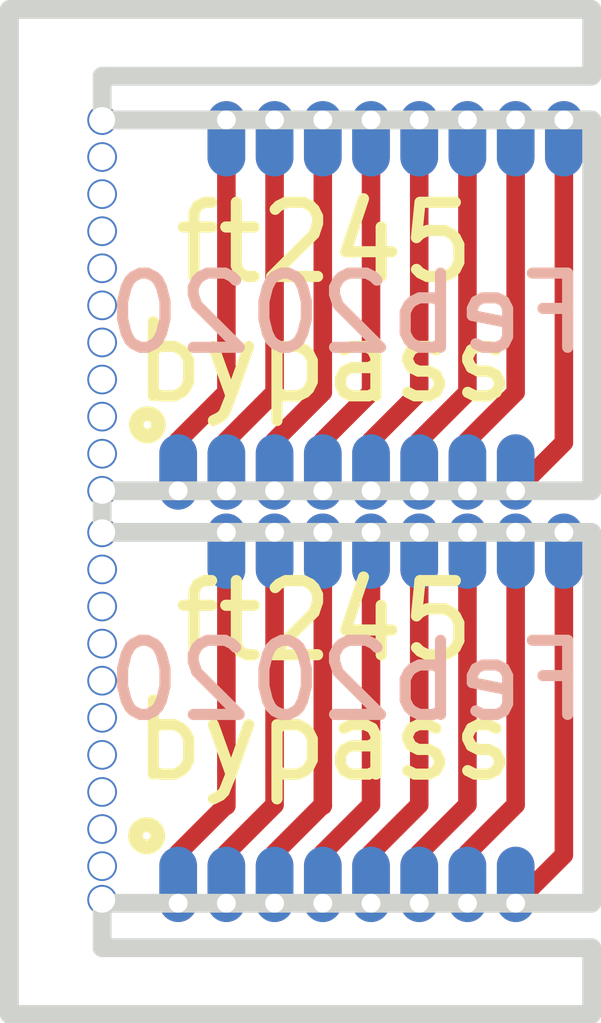
<source format=kicad_pcb>
(kicad_pcb (version 20171130) (host pcbnew 5.1.4+dfsg1-1)

  (general
    (thickness 1.6)
    (drawings 25)
    (tracks 70)
    (zones 0)
    (modules 32)
    (nets 17)
  )

  (page A4)
  (layers
    (0 F.Cu signal)
    (31 B.Cu signal)
    (32 B.Adhes user hide)
    (33 F.Adhes user hide)
    (34 B.Paste user hide)
    (35 F.Paste user hide)
    (36 B.SilkS user)
    (37 F.SilkS user)
    (38 B.Mask user hide)
    (39 F.Mask user hide)
    (40 Dwgs.User user hide)
    (41 Cmts.User user hide)
    (42 Eco1.User user hide)
    (43 Eco2.User user hide)
    (44 Edge.Cuts user)
    (45 Margin user hide)
    (46 B.CrtYd user hide)
    (47 F.CrtYd user hide)
    (48 B.Fab user hide)
    (49 F.Fab user hide)
  )

  (setup
    (last_trace_width 0.254)
    (user_trace_width 0.254)
    (trace_clearance 0.2)
    (zone_clearance 0.508)
    (zone_45_only no)
    (trace_min 0.2)
    (via_size 0.8)
    (via_drill 0.4)
    (via_min_size 0.4)
    (via_min_drill 0.254)
    (user_via 0.4 0.35)
    (uvia_size 0.3)
    (uvia_drill 0.1)
    (uvias_allowed no)
    (uvia_min_size 0.2)
    (uvia_min_drill 0.1)
    (edge_width 0.05)
    (segment_width 0.2)
    (pcb_text_width 0.3)
    (pcb_text_size 1.5 1.5)
    (mod_edge_width 0.12)
    (mod_text_size 1 1)
    (mod_text_width 0.15)
    (pad_size 0.508 0.508)
    (pad_drill 0.254)
    (pad_to_mask_clearance 0.051)
    (solder_mask_min_width 0.25)
    (aux_axis_origin 93.3 105)
    (grid_origin -3.3 -2.25)
    (visible_elements FFFFFF7F)
    (pcbplotparams
      (layerselection 0x010fc_ffffffff)
      (usegerberextensions false)
      (usegerberattributes false)
      (usegerberadvancedattributes false)
      (creategerberjobfile false)
      (excludeedgelayer true)
      (linewidth 0.100000)
      (plotframeref false)
      (viasonmask false)
      (mode 1)
      (useauxorigin false)
      (hpglpennumber 1)
      (hpglpenspeed 20)
      (hpglpendiameter 15.000000)
      (psnegative false)
      (psa4output false)
      (plotreference true)
      (plotvalue true)
      (plotinvisibletext false)
      (padsonsilk false)
      (subtractmaskfromsilk false)
      (outputformat 1)
      (mirror false)
      (drillshape 0)
      (scaleselection 1)
      (outputdirectory "gerber/"))
  )

  (net 0 "")
  (net 1 /A0B0)
  (net 2 /A1B1)
  (net 3 /A2B2)
  (net 4 /A3B3)
  (net 5 /A4B4)
  (net 6 /A5B5)
  (net 7 /A6B6)
  (net 8 /A7B7)
  (net 9 /a0b0)
  (net 10 /a1b1)
  (net 11 /a2b2)
  (net 12 /a3b3)
  (net 13 /a4b4)
  (net 14 /a5b5)
  (net 15 /a6b6)
  (net 16 /a7b7)

  (net_class Default "This is the default net class."
    (clearance 0.2)
    (trace_width 0.25)
    (via_dia 0.8)
    (via_drill 0.4)
    (uvia_dia 0.3)
    (uvia_drill 0.1)
    (add_net /A0B0)
    (add_net /A1B1)
    (add_net /A2B2)
    (add_net /A3B3)
    (add_net /A4B4)
    (add_net /A5B5)
    (add_net /A6B6)
    (add_net /A7B7)
    (add_net /a0b0)
    (add_net /a1b1)
    (add_net /a2b2)
    (add_net /a3b3)
    (add_net /a4b4)
    (add_net /a5b5)
    (add_net /a6b6)
    (add_net /a7b7)
  )

  (module tom-mechanical:Castellation_5.08_2.54 (layer F.Cu) (tedit 5E310190) (tstamp 5E30CFEF)
    (at 0.325 -7.81)
    (path /5E30EAC5)
    (fp_text reference TP24 (at 0 0.5) (layer F.SilkS) hide
      (effects (font (size 1 1) (thickness 0.15)))
    )
    (fp_text value TestPoint (at 0 -0.5) (layer F.Fab) hide
      (effects (font (size 1 1) (thickness 0.15)))
    )
    (pad 1 thru_hole oval (at 0 0) (size 0.508 1.016) (drill 0.254 (offset 0 0.254)) (layers *.Cu *.Mask)
      (net 12 /a3b3))
  )

  (module tom-mechanical:Castellation_5.08_2.54 (layer F.Cu) (tedit 5E310190) (tstamp 5E30CC6F)
    (at 2.275 -2.81 180)
    (path /5E30C633)
    (fp_text reference TP9 (at 0 0.5) (layer F.SilkS) hide
      (effects (font (size 1 1) (thickness 0.15)))
    )
    (fp_text value TestPoint (at 0 -0.5) (layer F.Fab) hide
      (effects (font (size 1 1) (thickness 0.15)))
    )
    (pad 1 thru_hole oval (at 0 0 180) (size 0.508 1.016) (drill 0.254 (offset 0 0.254)) (layers *.Cu *.Mask)
      (net 16 /a7b7))
  )

  (module tom-mechanical:Castellation_5.08_2.54 (layer F.Cu) (tedit 5E310190) (tstamp 5E30D02B)
    (at 2.925 -7.81)
    (path /5E30EB27)
    (fp_text reference TP36 (at 0 0.5) (layer F.SilkS) hide
      (effects (font (size 1 1) (thickness 0.15)))
    )
    (fp_text value TestPoint (at 0 -0.5) (layer F.Fab) hide
      (effects (font (size 1 1) (thickness 0.15)))
    )
    (pad 1 thru_hole oval (at 0 0) (size 0.508 1.016) (drill 0.254 (offset 0 0.254)) (layers *.Cu *.Mask)
      (net 16 /a7b7))
  )

  (module tom-mechanical:Castellation_5.08_2.54 (layer F.Cu) (tedit 5E310190) (tstamp 5E30D026)
    (at 2.275 -7.81)
    (path /5E30EB11)
    (fp_text reference TP35 (at 0 0.5) (layer F.SilkS) hide
      (effects (font (size 1 1) (thickness 0.15)))
    )
    (fp_text value TestPoint (at 0 -0.5) (layer F.Fab) hide
      (effects (font (size 1 1) (thickness 0.15)))
    )
    (pad 1 thru_hole oval (at 0 0) (size 0.508 1.016) (drill 0.254 (offset 0 0.254)) (layers *.Cu *.Mask)
      (net 15 /a6b6))
  )

  (module tom-mechanical:Castellation_5.08_2.54 (layer F.Cu) (tedit 5E310190) (tstamp 5E30D021)
    (at 1.625 -7.81)
    (path /5E30EAFB)
    (fp_text reference TP34 (at 0 0.5) (layer F.SilkS) hide
      (effects (font (size 1 1) (thickness 0.15)))
    )
    (fp_text value TestPoint (at 0 -0.5) (layer F.Fab) hide
      (effects (font (size 1 1) (thickness 0.15)))
    )
    (pad 1 thru_hole oval (at 0 0) (size 0.508 1.016) (drill 0.254 (offset 0 0.254)) (layers *.Cu *.Mask)
      (net 14 /a5b5))
  )

  (module tom-mechanical:Castellation_5.08_2.54 (layer F.Cu) (tedit 5E310190) (tstamp 5E30D01C)
    (at 0.975 -7.81)
    (path /5E30EAE7)
    (fp_text reference TP33 (at 0 0.5) (layer F.SilkS) hide
      (effects (font (size 1 1) (thickness 0.15)))
    )
    (fp_text value TestPoint (at 0 -0.5) (layer F.Fab) hide
      (effects (font (size 1 1) (thickness 0.15)))
    )
    (pad 1 thru_hole oval (at 0 0) (size 0.508 1.016) (drill 0.254 (offset 0 0.254)) (layers *.Cu *.Mask)
      (net 13 /a4b4))
  )

  (module tom-mechanical:Castellation_5.08_2.54 (layer F.Cu) (tedit 5E310190) (tstamp 5E30D017)
    (at -0.325 -2.81 180)
    (path /5E30EACF)
    (fp_text reference TP32 (at 0 0.5) (layer F.SilkS) hide
      (effects (font (size 1 1) (thickness 0.15)))
    )
    (fp_text value TestPoint (at 0 -0.5) (layer F.Fab) hide
      (effects (font (size 1 1) (thickness 0.15)))
    )
    (pad 1 thru_hole oval (at 0 0 180) (size 0.508 1.016) (drill 0.254 (offset 0 0.254)) (layers *.Cu *.Mask)
      (net 12 /a3b3))
  )

  (module tom-mechanical:Castellation_5.08_2.54 (layer F.Cu) (tedit 5E310190) (tstamp 5E30D012)
    (at -0.325 -7.81)
    (path /5E30EAB9)
    (fp_text reference TP31 (at 0 0.5) (layer F.SilkS) hide
      (effects (font (size 1 1) (thickness 0.15)))
    )
    (fp_text value TestPoint (at 0 -0.5) (layer F.Fab) hide
      (effects (font (size 1 1) (thickness 0.15)))
    )
    (pad 1 thru_hole oval (at 0 0) (size 0.508 1.016) (drill 0.254 (offset 0 0.254)) (layers *.Cu *.Mask)
      (net 11 /a2b2))
  )

  (module tom-mechanical:Castellation_5.08_2.54 (layer F.Cu) (tedit 5E310190) (tstamp 5E30D00D)
    (at -0.975 -7.81)
    (path /5E30EAA3)
    (fp_text reference TP30 (at 0 0.5) (layer F.SilkS) hide
      (effects (font (size 1 1) (thickness 0.15)))
    )
    (fp_text value TestPoint (at 0 -0.5) (layer F.Fab) hide
      (effects (font (size 1 1) (thickness 0.15)))
    )
    (pad 1 thru_hole oval (at 0 0) (size 0.508 1.016) (drill 0.254 (offset 0 0.254)) (layers *.Cu *.Mask)
      (net 10 /a1b1))
  )

  (module tom-mechanical:Castellation_5.08_2.54 (layer F.Cu) (tedit 5E310190) (tstamp 5E30D008)
    (at -1.625 -7.81)
    (path /5E30EA8F)
    (fp_text reference TP29 (at 0 0.5) (layer F.SilkS) hide
      (effects (font (size 1 1) (thickness 0.15)))
    )
    (fp_text value TestPoint (at 0 -0.5) (layer F.Fab) hide
      (effects (font (size 1 1) (thickness 0.15)))
    )
    (pad 1 thru_hole oval (at 0 0) (size 0.508 1.016) (drill 0.254 (offset 0 0.254)) (layers *.Cu *.Mask)
      (net 9 /a0b0))
  )

  (module tom-mechanical:Castellation_5.08_2.54 (layer F.Cu) (tedit 5E310190) (tstamp 5E30CFFE)
    (at 1.625 -2.81 180)
    (path /5E30EB07)
    (fp_text reference TP27 (at 0 0.5) (layer F.SilkS) hide
      (effects (font (size 1 1) (thickness 0.15)))
    )
    (fp_text value TestPoint (at 0 -0.5) (layer F.Fab) hide
      (effects (font (size 1 1) (thickness 0.15)))
    )
    (pad 1 thru_hole oval (at 0 0 180) (size 0.508 1.016) (drill 0.254 (offset 0 0.254)) (layers *.Cu *.Mask)
      (net 15 /a6b6))
  )

  (module tom-mechanical:Castellation_5.08_2.54 (layer F.Cu) (tedit 5E310190) (tstamp 5E30CFF9)
    (at 0.975 -2.81 180)
    (path /5E30EAF1)
    (fp_text reference TP26 (at 0 0.5) (layer F.SilkS) hide
      (effects (font (size 1 1) (thickness 0.15)))
    )
    (fp_text value TestPoint (at 0 -0.5) (layer F.Fab) hide
      (effects (font (size 1 1) (thickness 0.15)))
    )
    (pad 1 thru_hole oval (at 0 0 180) (size 0.508 1.016) (drill 0.254 (offset 0 0.254)) (layers *.Cu *.Mask)
      (net 14 /a5b5))
  )

  (module tom-mechanical:Castellation_5.08_2.54 (layer F.Cu) (tedit 5E310190) (tstamp 5E30CFF4)
    (at 0.325 -2.81 180)
    (path /5E30EADD)
    (fp_text reference TP25 (at 0 0.5) (layer F.SilkS) hide
      (effects (font (size 1 1) (thickness 0.15)))
    )
    (fp_text value TestPoint (at 0 -0.5) (layer F.Fab) hide
      (effects (font (size 1 1) (thickness 0.15)))
    )
    (pad 1 thru_hole oval (at 0 0 180) (size 0.508 1.016) (drill 0.254 (offset 0 0.254)) (layers *.Cu *.Mask)
      (net 13 /a4b4))
  )

  (module tom-mechanical:Castellation_5.08_2.54 (layer F.Cu) (tedit 5E310190) (tstamp 5E30CFEA)
    (at -0.975 -2.81 180)
    (path /5E30EAAF)
    (fp_text reference TP23 (at 0 0.5) (layer F.SilkS) hide
      (effects (font (size 1 1) (thickness 0.15)))
    )
    (fp_text value TestPoint (at 0 -0.5) (layer F.Fab) hide
      (effects (font (size 1 1) (thickness 0.15)))
    )
    (pad 1 thru_hole oval (at 0 0 180) (size 0.508 1.016) (drill 0.254 (offset 0 0.254)) (layers *.Cu *.Mask)
      (net 11 /a2b2))
  )

  (module tom-mechanical:Castellation_5.08_2.54 (layer F.Cu) (tedit 5E310190) (tstamp 5E30CFE5)
    (at -1.625 -2.81 180)
    (path /5E30EA99)
    (fp_text reference TP22 (at 0 0.5) (layer F.SilkS) hide
      (effects (font (size 1 1) (thickness 0.15)))
    )
    (fp_text value TestPoint (at 0 -0.5) (layer F.Fab) hide
      (effects (font (size 1 1) (thickness 0.15)))
    )
    (pad 1 thru_hole oval (at 0 0 180) (size 0.508 1.016) (drill 0.254 (offset 0 0.254)) (layers *.Cu *.Mask)
      (net 10 /a1b1))
  )

  (module tom-mechanical:Castellation_5.08_2.54 (layer F.Cu) (tedit 5E310190) (tstamp 5E30CFE0)
    (at -2.275 -2.81 180)
    (path /5E30EA85)
    (fp_text reference TP21 (at 0 0.5) (layer F.SilkS) hide
      (effects (font (size 1 1) (thickness 0.15)))
    )
    (fp_text value TestPoint (at 0 -0.5) (layer F.Fab) hide
      (effects (font (size 1 1) (thickness 0.15)))
    )
    (pad 1 thru_hole oval (at 0 0 180) (size 0.508 1.016) (drill 0.254 (offset 0 0.254)) (layers *.Cu *.Mask)
      (net 9 /a0b0))
  )

  (module tom-mechanical:Castellation_5.08_2.54 (layer F.Cu) (tedit 5E310190) (tstamp 5E3078BA)
    (at -0.325 -2.25)
    (path /5E309C9F)
    (fp_text reference TP16 (at 0 0.5) (layer F.SilkS) hide
      (effects (font (size 1 1) (thickness 0.15)))
    )
    (fp_text value TestPoint (at 0 -0.5) (layer F.Fab) hide
      (effects (font (size 1 1) (thickness 0.15)))
    )
    (pad 1 thru_hole oval (at 0 0) (size 0.508 1.016) (drill 0.254 (offset 0 0.254)) (layers *.Cu *.Mask)
      (net 3 /A2B2))
  )

  (module tom-mechanical:Castellation_5.08_2.54 (layer F.Cu) (tedit 5E310190) (tstamp 5E3078EE)
    (at 0.325 -2.25)
    (path /5E30AEA7)
    (fp_text reference TP15 (at 0 0.5) (layer F.SilkS) hide
      (effects (font (size 1 1) (thickness 0.15)))
    )
    (fp_text value TestPoint (at 0 -0.5) (layer F.Fab) hide
      (effects (font (size 1 1) (thickness 0.15)))
    )
    (pad 1 thru_hole oval (at 0 0) (size 0.508 1.016) (drill 0.254 (offset 0 0.254)) (layers *.Cu *.Mask)
      (net 4 /A3B3))
  )

  (module tom-mechanical:Castellation_5.08_2.54 (layer F.Cu) (tedit 5E310190) (tstamp 5E3077E2)
    (at 0.975 -2.25)
    (path /5E30C5FD)
    (fp_text reference TP14 (at 0 0.5) (layer F.SilkS) hide
      (effects (font (size 1 1) (thickness 0.15)))
    )
    (fp_text value TestPoint (at 0 -0.5) (layer F.Fab) hide
      (effects (font (size 1 1) (thickness 0.15)))
    )
    (pad 1 thru_hole oval (at 0 0) (size 0.508 1.016) (drill 0.254 (offset 0 0.254)) (layers *.Cu *.Mask)
      (net 5 /A4B4))
  )

  (module tom-mechanical:Castellation_5.08_2.54 (layer F.Cu) (tedit 5E310190) (tstamp 5E3077DD)
    (at 1.625 -2.25)
    (path /5E30C611)
    (fp_text reference TP13 (at 0 0.5) (layer F.SilkS) hide
      (effects (font (size 1 1) (thickness 0.15)))
    )
    (fp_text value TestPoint (at 0 -0.5) (layer F.Fab) hide
      (effects (font (size 1 1) (thickness 0.15)))
    )
    (pad 1 thru_hole oval (at 0 0) (size 0.508 1.016) (drill 0.254 (offset 0 0.254)) (layers *.Cu *.Mask)
      (net 6 /A5B5))
  )

  (module tom-mechanical:Castellation_5.08_2.54 (layer F.Cu) (tedit 5E310190) (tstamp 5E307912)
    (at 2.275 -2.25)
    (path /5E30C627)
    (fp_text reference TP12 (at 0 0.5) (layer F.SilkS) hide
      (effects (font (size 1 1) (thickness 0.15)))
    )
    (fp_text value TestPoint (at 0 -0.5) (layer F.Fab) hide
      (effects (font (size 1 1) (thickness 0.15)))
    )
    (pad 1 thru_hole oval (at 0 0) (size 0.508 1.016) (drill 0.254 (offset 0 0.254)) (layers *.Cu *.Mask)
      (net 7 /A6B6))
  )

  (module tom-mechanical:Castellation_5.08_2.54 (layer F.Cu) (tedit 5E310190) (tstamp 5E3077D3)
    (at 2.925 -2.25)
    (path /5E30C63D)
    (fp_text reference TP11 (at 0 0.5) (layer F.SilkS) hide
      (effects (font (size 1 1) (thickness 0.15)))
    )
    (fp_text value TestPoint (at 0 -0.5) (layer F.Fab) hide
      (effects (font (size 1 1) (thickness 0.15)))
    )
    (pad 1 thru_hole oval (at 0 0) (size 0.508 1.016) (drill 0.254 (offset 0 0.254)) (layers *.Cu *.Mask)
      (net 8 /A7B7))
  )

  (module tom-mechanical:Castellation_5.08_2.54 (layer F.Cu) (tedit 5E310190) (tstamp 5E3077CE)
    (at 2.275 2.75 180)
    (path /5E30C633)
    (fp_text reference TP9 (at 0 0.5) (layer F.SilkS) hide
      (effects (font (size 1 1) (thickness 0.15)))
    )
    (fp_text value TestPoint (at 0 -0.5) (layer F.Fab) hide
      (effects (font (size 1 1) (thickness 0.15)))
    )
    (pad 1 thru_hole oval (at 0 0 180) (size 0.508 1.016) (drill 0.254 (offset 0 0.254)) (layers *.Cu *.Mask)
      (net 8 /A7B7))
  )

  (module tom-mechanical:Castellation_5.08_2.54 (layer F.Cu) (tedit 5E310190) (tstamp 5E3077C9)
    (at 1.625 2.75 180)
    (path /5E30C61D)
    (fp_text reference TP8 (at 0 0.5) (layer F.SilkS) hide
      (effects (font (size 1 1) (thickness 0.15)))
    )
    (fp_text value TestPoint (at 0 -0.5) (layer F.Fab) hide
      (effects (font (size 1 1) (thickness 0.15)))
    )
    (pad 1 thru_hole oval (at 0 0 180) (size 0.508 1.016) (drill 0.254 (offset 0 0.254)) (layers *.Cu *.Mask)
      (net 7 /A6B6))
  )

  (module tom-mechanical:Castellation_5.08_2.54 (layer F.Cu) (tedit 5E310190) (tstamp 5E3077C4)
    (at 0.975 2.75 180)
    (path /5E30C607)
    (fp_text reference TP7 (at 0 0.5) (layer F.SilkS) hide
      (effects (font (size 1 1) (thickness 0.15)))
    )
    (fp_text value TestPoint (at 0 -0.5) (layer F.Fab) hide
      (effects (font (size 1 1) (thickness 0.15)))
    )
    (pad 1 thru_hole oval (at 0 0 180) (size 0.508 1.016) (drill 0.254 (offset 0 0.254)) (layers *.Cu *.Mask)
      (net 6 /A5B5))
  )

  (module tom-mechanical:Castellation_5.08_2.54 (layer F.Cu) (tedit 5E310190) (tstamp 5E3077BF)
    (at 0.325 2.75 180)
    (path /5E30C5F3)
    (fp_text reference TP6 (at 0 0.5) (layer F.SilkS) hide
      (effects (font (size 1 1) (thickness 0.15)))
    )
    (fp_text value TestPoint (at 0 -0.5) (layer F.Fab) hide
      (effects (font (size 1 1) (thickness 0.15)))
    )
    (pad 1 thru_hole oval (at 0 0 180) (size 0.508 1.016) (drill 0.254 (offset 0 0.254)) (layers *.Cu *.Mask)
      (net 5 /A4B4))
  )

  (module tom-mechanical:Castellation_5.08_2.54 (layer F.Cu) (tedit 5E310190) (tstamp 5E3077BA)
    (at -0.325 2.75 180)
    (path /5E30AE9D)
    (fp_text reference TP5 (at 0 0.5) (layer F.SilkS) hide
      (effects (font (size 1 1) (thickness 0.15)))
    )
    (fp_text value TestPoint (at 0 -0.5) (layer F.Fab) hide
      (effects (font (size 1 1) (thickness 0.15)))
    )
    (pad 1 thru_hole oval (at 0 0 180) (size 0.508 1.016) (drill 0.254 (offset 0 0.254)) (layers *.Cu *.Mask)
      (net 4 /A3B3))
  )

  (module tom-mechanical:Castellation_5.08_2.54 (layer F.Cu) (tedit 5E310190) (tstamp 5E3077B5)
    (at -0.975 2.75 180)
    (path /5E309C95)
    (fp_text reference TP4 (at 0 0.5) (layer F.SilkS) hide
      (effects (font (size 1 1) (thickness 0.15)))
    )
    (fp_text value TestPoint (at 0 -0.5) (layer F.Fab) hide
      (effects (font (size 1 1) (thickness 0.15)))
    )
    (pad 1 thru_hole oval (at 0 0 180) (size 0.508 1.016) (drill 0.254 (offset 0 0.254)) (layers *.Cu *.Mask)
      (net 3 /A2B2))
  )

  (module tom-mechanical:Castellation_5.08_2.54 (layer F.Cu) (tedit 5E310190) (tstamp 5E30766F)
    (at -0.975 -2.25)
    (path /5E308717)
    (fp_text reference TP17 (at 0 0.5) (layer F.SilkS) hide
      (effects (font (size 1 1) (thickness 0.15)))
    )
    (fp_text value TestPoint (at 0 -0.5) (layer F.Fab) hide
      (effects (font (size 1 1) (thickness 0.15)))
    )
    (pad 1 thru_hole oval (at 0 0) (size 0.508 1.016) (drill 0.254 (offset 0 0.254)) (layers *.Cu *.Mask)
      (net 2 /A1B1))
  )

  (module tom-mechanical:Castellation_5.08_2.54 (layer F.Cu) (tedit 5E310190) (tstamp 5E307663)
    (at -1.625 2.75 180)
    (path /5E308509)
    (fp_text reference TP3 (at 0 0.5) (layer F.SilkS) hide
      (effects (font (size 1 1) (thickness 0.15)))
    )
    (fp_text value TestPoint (at 0 -0.5) (layer F.Fab) hide
      (effects (font (size 1 1) (thickness 0.15)))
    )
    (pad 1 thru_hole oval (at 0 0 180) (size 0.508 1.016) (drill 0.254 (offset 0 0.254)) (layers *.Cu *.Mask)
      (net 2 /A1B1))
  )

  (module tom-mechanical:Castellation_5.08_2.54 (layer F.Cu) (tedit 5E310190) (tstamp 5E307532)
    (at -1.625 -2.25)
    (path /5E307E0E)
    (fp_text reference TP18 (at 0 0.5) (layer F.SilkS) hide
      (effects (font (size 1 1) (thickness 0.15)))
    )
    (fp_text value TestPoint (at 0 -0.5) (layer F.Fab) hide
      (effects (font (size 1 1) (thickness 0.15)))
    )
    (pad 1 thru_hole oval (at 0 0) (size 0.508 1.016) (drill 0.254 (offset 0 0.254)) (layers *.Cu *.Mask)
      (net 1 /A0B0))
  )

  (module tom-mechanical:Castellation_5.08_2.54 (layer F.Cu) (tedit 5E310190) (tstamp 5E307547)
    (at -2.275 2.75 180)
    (path /5E3073B5)
    (fp_text reference TP2 (at 0 0.5) (layer F.SilkS) hide
      (effects (font (size 1 1) (thickness 0.15)))
    )
    (fp_text value TestPoint (at 0 -0.5) (layer F.Fab) hide
      (effects (font (size 1 1) (thickness 0.15)))
    )
    (pad 1 thru_hole oval (at 0 0 180) (size 0.508 1.016) (drill 0.254 (offset 0 0.254)) (layers *.Cu *.Mask)
      (net 1 /A0B0))
  )

  (gr_line (start -3.3 -2.81) (end -3.3 -2.25) (layer Edge.Cuts) (width 0.254) (tstamp 5E42E6E4))
  (gr_line (start -4.55 2.75) (end -4.55 4.24) (layer Edge.Cuts) (width 0.254) (tstamp 5E42E443))
  (gr_line (start -3.3 3.35) (end -3.3 2.76) (layer Edge.Cuts) (width 0.254) (tstamp 5E42E442))
  (gr_line (start 3.3 4.25) (end -4.55 4.25) (layer Edge.Cuts) (width 0.254) (tstamp 5E42E441))
  (gr_line (start 3.3 4.25) (end 3.3 3.35) (layer Edge.Cuts) (width 0.254) (tstamp 5E42E440))
  (gr_line (start -3.3 3.35) (end 3.3 3.35) (layer Edge.Cuts) (width 0.254) (tstamp 5E42E43F))
  (gr_line (start -3.3 -8.4) (end -3.3 -7.81) (layer Edge.Cuts) (width 0.254))
  (gr_line (start 3.3 -8.4) (end -3.3 -8.4) (layer Edge.Cuts) (width 0.254))
  (gr_line (start 3.3 -9.3) (end 3.3 -8.4) (layer Edge.Cuts) (width 0.254))
  (gr_line (start -4.55 -9.3) (end 3.3 -9.3) (layer Edge.Cuts) (width 0.254))
  (gr_line (start -4.55 -7.81) (end -4.55 -9.3) (layer Edge.Cuts) (width 0.254))
  (gr_text Feb2020 (at 0 -5.2) (layer B.SilkS) (tstamp 5E42E6F1)
    (effects (font (size 1 1) (thickness 0.15)) (justify mirror))
  )
  (gr_circle (center -2.69 -3.7) (end -2.54 -3.7) (layer F.SilkS) (width 0.2) (tstamp 5E30D792))
  (gr_circle (center -2.7 1.84) (end -2.55 1.84) (layer F.SilkS) (width 0.2))
  (gr_text Feb2020 (at 0 -0.25) (layer B.SilkS) (tstamp 5E30D6FA)
    (effects (font (size 1 1) (thickness 0.15)) (justify mirror))
  )
  (gr_text "ft245\nbypass" (at -0.3 -5.35) (layer F.SilkS) (tstamp 5E30D6CD)
    (effects (font (size 1 1) (thickness 0.15)))
  )
  (gr_text "ft245\nbypass" (at -0.3 -0.25) (layer F.SilkS)
    (effects (font (size 1 1) (thickness 0.15)))
  )
  (gr_line (start -3.29 -2.82) (end -3.31 -2.81) (layer Edge.Cuts) (width 0.05))
  (gr_line (start -4.55 -9.11) (end -4.55 2.75) (layer Edge.Cuts) (width 0.254))
  (gr_line (start 3.3 -2.81) (end -3.3 -2.81) (layer Edge.Cuts) (width 0.254) (tstamp 5E30CCC9))
  (gr_line (start 3.3 -7.81) (end -3.3 -7.81) (layer Edge.Cuts) (width 0.254) (tstamp 5E30CCBB))
  (gr_line (start 3.3 -2.81) (end 3.3 -7.81) (layer Edge.Cuts) (width 0.254) (tstamp 5E30CC9E))
  (gr_line (start 3.3 2.75) (end 3.3 -2.25) (layer Edge.Cuts) (width 0.254) (tstamp 5E306E22))
  (gr_line (start 3.3 2.75) (end -3.3 2.75) (layer Edge.Cuts) (width 0.254) (tstamp 5E306E16))
  (gr_line (start 3.3 -2.25) (end -3.3 -2.25) (layer Edge.Cuts) (width 0.254) (tstamp 5E306ACD))

  (via (at -3.3 1.75) (size 0.4) (drill 0.35) (layers F.Cu B.Cu) (net 0))
  (via (at -3.3 0.75) (size 0.4) (drill 0.35) (layers F.Cu B.Cu) (net 0))
  (via (at -3.3 -0.25) (size 0.4) (drill 0.35) (layers F.Cu B.Cu) (net 0))
  (via (at -3.3 -1.25) (size 0.4) (drill 0.35) (layers F.Cu B.Cu) (net 0))
  (via (at -3.3 -2.25) (size 0.4) (drill 0.35) (layers F.Cu B.Cu) (net 0))
  (via (at -3.3 1.25) (size 0.4) (drill 0.35) (layers F.Cu B.Cu) (net 0))
  (via (at -3.3 0.25) (size 0.4) (drill 0.35) (layers F.Cu B.Cu) (net 0))
  (via (at -3.3 -0.75) (size 0.4) (drill 0.35) (layers F.Cu B.Cu) (net 0))
  (via (at -3.3 -7.31) (size 0.4) (drill 0.35) (layers F.Cu B.Cu) (net 0))
  (via (at -3.3 -6.81) (size 0.4) (drill 0.35) (layers F.Cu B.Cu) (net 0))
  (via (at -3.3 -6.31) (size 0.4) (drill 0.35) (layers F.Cu B.Cu) (net 0))
  (via (at -3.3 -5.81) (size 0.4) (drill 0.35) (layers F.Cu B.Cu) (net 0))
  (via (at -3.3 -5.31) (size 0.4) (drill 0.35) (layers F.Cu B.Cu) (net 0))
  (via (at -3.3 -4.81) (size 0.4) (drill 0.35) (layers F.Cu B.Cu) (net 0))
  (via (at -3.3 -4.31) (size 0.4) (drill 0.35) (layers F.Cu B.Cu) (net 0))
  (via (at -3.3 -3.81) (size 0.4) (drill 0.35) (layers F.Cu B.Cu) (net 0))
  (via (at -3.3 -3.31) (size 0.4) (drill 0.35) (layers F.Cu B.Cu) (net 0))
  (via (at -3.3 -2.81) (size 0.4) (drill 0.35) (layers F.Cu B.Cu) (net 0))
  (via (at -3.3 -1.75) (size 0.4) (drill 0.35) (layers F.Cu B.Cu) (net 0))
  (via (at -3.3 2.25) (size 0.4) (drill 0.35) (layers F.Cu B.Cu) (net 0))
  (via (at -3.3 -7.808) (size 0.4) (drill 0.35) (layers F.Cu B.Cu) (net 0))
  (via (at -3.3 2.703) (size 0.4) (drill 0.35) (layers F.Cu B.Cu) (net 0))
  (segment (start -1.625 -2.25) (end -1.625 1.436747) (width 0.25) (layer F.Cu) (net 1))
  (segment (start -2.275 2.073157) (end -2.275 2.75) (width 0.25) (layer F.Cu) (net 1))
  (segment (start -1.63859 1.436747) (end -2.275 2.073157) (width 0.25) (layer F.Cu) (net 1))
  (segment (start -1.625 1.436747) (end -1.63859 1.436747) (width 0.25) (layer F.Cu) (net 1))
  (segment (start -1.625 2.073157) (end -1.625 2.75) (width 0.25) (layer F.Cu) (net 2))
  (segment (start -0.975 1.423157) (end -1.625 2.073157) (width 0.25) (layer F.Cu) (net 2))
  (segment (start -0.975 -2.25) (end -0.975 1.423157) (width 0.25) (layer F.Cu) (net 2))
  (segment (start -0.325 -2.25) (end -0.325 1.436747) (width 0.25) (layer F.Cu) (net 3))
  (segment (start -0.975 2.073157) (end -0.975 2.75) (width 0.25) (layer F.Cu) (net 3))
  (segment (start -0.33859 1.436747) (end -0.975 2.073157) (width 0.25) (layer F.Cu) (net 3))
  (segment (start -0.325 1.436747) (end -0.33859 1.436747) (width 0.25) (layer F.Cu) (net 3))
  (segment (start -0.325 2.073157) (end -0.325 2.75) (width 0.25) (layer F.Cu) (net 4))
  (segment (start 0.325 1.423157) (end -0.325 2.073157) (width 0.25) (layer F.Cu) (net 4))
  (segment (start 0.325 -2.25) (end 0.325 1.423157) (width 0.25) (layer F.Cu) (net 4))
  (segment (start 0.325 2.073157) (end 0.325 2.75) (width 0.25) (layer F.Cu) (net 5))
  (segment (start 0.975 1.423157) (end 0.325 2.073157) (width 0.25) (layer F.Cu) (net 5))
  (segment (start 0.975 -2.25) (end 0.975 1.423157) (width 0.25) (layer F.Cu) (net 5))
  (segment (start 1.625 1.423157) (end 0.975 2.073157) (width 0.25) (layer F.Cu) (net 6))
  (segment (start 0.975 2.073157) (end 0.975 2.75) (width 0.25) (layer F.Cu) (net 6))
  (segment (start 1.625 -2.25) (end 1.625 1.423157) (width 0.25) (layer F.Cu) (net 6))
  (segment (start 1.625 2.073157) (end 1.625 2.75) (width 0.25) (layer F.Cu) (net 7))
  (segment (start 2.275 1.423157) (end 1.625 2.073157) (width 0.25) (layer F.Cu) (net 7))
  (segment (start 2.275 -2.25) (end 2.275 1.423157) (width 0.25) (layer F.Cu) (net 7))
  (segment (start 2.925 2.1) (end 2.925 -2.25) (width 0.25) (layer F.Cu) (net 8))
  (segment (start 2.275 2.75) (end 2.925 2.1) (width 0.25) (layer F.Cu) (net 8))
  (segment (start -1.625 -4.136843) (end -1.625 -7.81) (width 0.25) (layer F.Cu) (net 9))
  (segment (start -2.275 -3.486843) (end -1.625 -4.136843) (width 0.25) (layer F.Cu) (net 9))
  (segment (start -2.275 -2.81) (end -2.275 -3.486843) (width 0.25) (layer F.Cu) (net 9))
  (segment (start -0.975 -4.136843) (end -0.975 -7.81) (width 0.25) (layer F.Cu) (net 10))
  (segment (start -1.625 -3.486843) (end -0.975 -4.136843) (width 0.25) (layer F.Cu) (net 10))
  (segment (start -1.625 -2.81) (end -1.625 -3.486843) (width 0.25) (layer F.Cu) (net 10))
  (segment (start -0.325 -4.136843) (end -0.325 -7.81) (width 0.25) (layer F.Cu) (net 11))
  (segment (start -0.975 -3.486843) (end -0.325 -4.136843) (width 0.25) (layer F.Cu) (net 11))
  (segment (start -0.975 -2.81) (end -0.975 -3.486843) (width 0.25) (layer F.Cu) (net 11))
  (segment (start 0.325 -4.136843) (end 0.325 -7.81) (width 0.25) (layer F.Cu) (net 12))
  (segment (start -0.325 -3.486843) (end 0.325 -4.136843) (width 0.25) (layer F.Cu) (net 12))
  (segment (start -0.325 -2.81) (end -0.325 -3.486843) (width 0.25) (layer F.Cu) (net 12))
  (segment (start 0.975 -4.136843) (end 0.975 -7.81) (width 0.25) (layer F.Cu) (net 13))
  (segment (start 0.325 -3.486843) (end 0.975 -4.136843) (width 0.25) (layer F.Cu) (net 13))
  (segment (start 0.325 -2.81) (end 0.325 -3.486843) (width 0.25) (layer F.Cu) (net 13))
  (segment (start 1.625 -4.136843) (end 1.625 -7.81) (width 0.25) (layer F.Cu) (net 14))
  (segment (start 0.975 -3.486843) (end 1.625 -4.136843) (width 0.25) (layer F.Cu) (net 14))
  (segment (start 0.975 -2.81) (end 0.975 -3.486843) (width 0.25) (layer F.Cu) (net 14))
  (segment (start 2.275 -4.136843) (end 2.275 -7.81) (width 0.25) (layer F.Cu) (net 15))
  (segment (start 1.625 -3.486843) (end 2.275 -4.136843) (width 0.25) (layer F.Cu) (net 15))
  (segment (start 1.625 -2.81) (end 1.625 -3.486843) (width 0.25) (layer F.Cu) (net 15))
  (segment (start 2.925 -3.46) (end 2.925 -7.81) (width 0.25) (layer F.Cu) (net 16))
  (segment (start 2.275 -2.81) (end 2.925 -3.46) (width 0.25) (layer F.Cu) (net 16))

)

</source>
